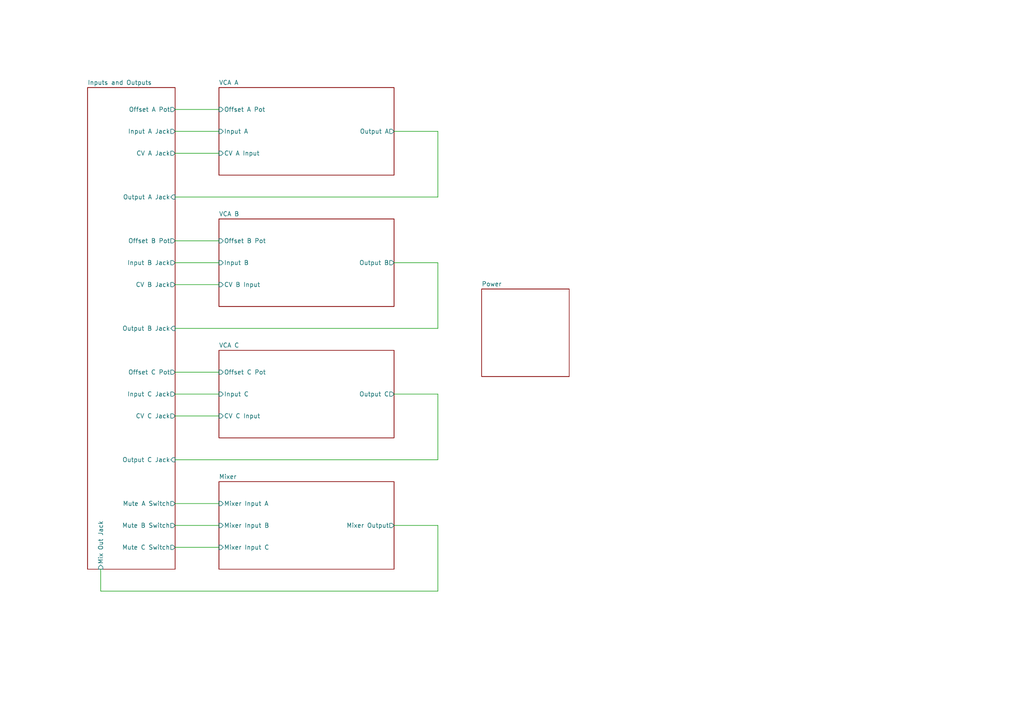
<source format=kicad_sch>
(kicad_sch
	(version 20231120)
	(generator "eeschema")
	(generator_version "8.0")
	(uuid "58f4306d-5387-4983-bb08-41a2313fd315")
	(paper "A4")
	(title_block
		(rev "1")
		(company "DMH Instruments")
		(comment 1 "PCB for 5 cm Kosmo format synthesizer module")
	)
	(lib_symbols)
	(wire
		(pts
			(xy 127 171.45) (xy 29.21 171.45)
		)
		(stroke
			(width 0)
			(type default)
		)
		(uuid "032968ff-5028-4ee1-803f-dc1bfc565358")
	)
	(wire
		(pts
			(xy 114.3 152.4) (xy 127 152.4)
		)
		(stroke
			(width 0)
			(type default)
		)
		(uuid "079258d1-f4fa-4c0b-814e-83e7f8e8b9e9")
	)
	(wire
		(pts
			(xy 127 133.35) (xy 127 114.3)
		)
		(stroke
			(width 0)
			(type default)
		)
		(uuid "1f16d6d3-52c1-48b3-9673-674192d9800c")
	)
	(wire
		(pts
			(xy 50.8 133.35) (xy 127 133.35)
		)
		(stroke
			(width 0)
			(type default)
		)
		(uuid "2fa82d07-b5a4-46dd-9b6c-90a9cafa99fb")
	)
	(wire
		(pts
			(xy 127 95.25) (xy 127 76.2)
		)
		(stroke
			(width 0)
			(type default)
		)
		(uuid "395a46e3-41da-44fb-bbd6-b900b75e05b1")
	)
	(wire
		(pts
			(xy 114.3 114.3) (xy 127 114.3)
		)
		(stroke
			(width 0)
			(type default)
		)
		(uuid "3c58945a-2ccf-4e19-b91c-0a280f316fbb")
	)
	(wire
		(pts
			(xy 127 152.4) (xy 127 171.45)
		)
		(stroke
			(width 0)
			(type default)
		)
		(uuid "40509646-8ee5-471d-90a9-cb8dece7d627")
	)
	(wire
		(pts
			(xy 50.8 82.55) (xy 63.5 82.55)
		)
		(stroke
			(width 0)
			(type default)
		)
		(uuid "41b63aab-69f8-48e0-8c86-334d016c00eb")
	)
	(wire
		(pts
			(xy 50.8 107.95) (xy 63.5 107.95)
		)
		(stroke
			(width 0)
			(type default)
		)
		(uuid "440ef6e5-abe5-4941-88f9-5e79bfc4b43d")
	)
	(wire
		(pts
			(xy 50.8 44.45) (xy 63.5 44.45)
		)
		(stroke
			(width 0)
			(type default)
		)
		(uuid "5b2cd43a-4007-4822-a1d5-e564d4396fd9")
	)
	(wire
		(pts
			(xy 50.8 31.75) (xy 63.5 31.75)
		)
		(stroke
			(width 0)
			(type default)
		)
		(uuid "5fbcc1c4-7a9c-4a07-97c4-68cbe7cb813c")
	)
	(wire
		(pts
			(xy 50.8 38.1) (xy 63.5 38.1)
		)
		(stroke
			(width 0)
			(type default)
		)
		(uuid "5fc8452b-e118-4f78-af9e-a20f28ba6de0")
	)
	(wire
		(pts
			(xy 50.8 76.2) (xy 63.5 76.2)
		)
		(stroke
			(width 0)
			(type default)
		)
		(uuid "61895872-7332-43ea-87bc-7872a4124c7e")
	)
	(wire
		(pts
			(xy 127 57.15) (xy 127 38.1)
		)
		(stroke
			(width 0)
			(type default)
		)
		(uuid "65d96d4a-5ebd-403a-9336-f262cb9279ae")
	)
	(wire
		(pts
			(xy 114.3 76.2) (xy 127 76.2)
		)
		(stroke
			(width 0)
			(type default)
		)
		(uuid "6a461bab-55ba-431e-a8aa-477a2e7e1d07")
	)
	(wire
		(pts
			(xy 50.8 152.4) (xy 63.5 152.4)
		)
		(stroke
			(width 0)
			(type default)
		)
		(uuid "6a46af50-2ebc-4832-b024-c34cf5f5de62")
	)
	(wire
		(pts
			(xy 50.8 57.15) (xy 127 57.15)
		)
		(stroke
			(width 0)
			(type default)
		)
		(uuid "8daddbb1-8c45-45ba-8e75-1a0fb048df70")
	)
	(wire
		(pts
			(xy 50.8 158.75) (xy 63.5 158.75)
		)
		(stroke
			(width 0)
			(type default)
		)
		(uuid "95ebffbe-a5e0-4efb-99f4-a5fb060c7e85")
	)
	(wire
		(pts
			(xy 114.3 38.1) (xy 127 38.1)
		)
		(stroke
			(width 0)
			(type default)
		)
		(uuid "9a6e661e-9f9e-4389-b6f8-d03edc65253d")
	)
	(wire
		(pts
			(xy 50.8 69.85) (xy 63.5 69.85)
		)
		(stroke
			(width 0)
			(type default)
		)
		(uuid "9fff9727-d6c9-40bd-9cf1-01b551d2f579")
	)
	(wire
		(pts
			(xy 50.8 120.65) (xy 63.5 120.65)
		)
		(stroke
			(width 0)
			(type default)
		)
		(uuid "c5b4b17c-0fb4-4950-8873-7b3788635565")
	)
	(wire
		(pts
			(xy 50.8 95.25) (xy 127 95.25)
		)
		(stroke
			(width 0)
			(type default)
		)
		(uuid "ca29f8c3-9ec7-42b9-b94c-3a193f3ae7cc")
	)
	(wire
		(pts
			(xy 29.21 171.45) (xy 29.21 165.1)
		)
		(stroke
			(width 0)
			(type default)
		)
		(uuid "cb044d17-8b7c-4c7b-92b9-2428800f50cc")
	)
	(wire
		(pts
			(xy 50.8 114.3) (xy 63.5 114.3)
		)
		(stroke
			(width 0)
			(type default)
		)
		(uuid "cc08315a-d5dd-4526-bca1-e60a605984b3")
	)
	(wire
		(pts
			(xy 50.8 146.05) (xy 63.5 146.05)
		)
		(stroke
			(width 0)
			(type default)
		)
		(uuid "ceddcf5e-e76a-41df-8f58-fa8e87868ddf")
	)
	(sheet
		(at 139.7 83.82)
		(size 25.4 25.4)
		(fields_autoplaced yes)
		(stroke
			(width 0.1524)
			(type solid)
		)
		(fill
			(color 0 0 0 0.0000)
		)
		(uuid "0cdf34b2-39cd-4d9e-981a-97cd34791509")
		(property "Sheetname" "Power"
			(at 139.7 83.1084 0)
			(effects
				(font
					(size 1.27 1.27)
				)
				(justify left bottom)
			)
		)
		(property "Sheetfile" "Power.kicad_sch"
			(at 139.7 109.8046 0)
			(effects
				(font
					(size 1.27 1.27)
				)
				(justify left top)
				(hide yes)
			)
		)
		(instances
			(project "DMH_Tripple_VCA_PCB_1"
				(path "/58f4306d-5387-4983-bb08-41a2313fd315"
					(page "4")
				)
			)
		)
	)
	(sheet
		(at 63.5 25.4)
		(size 50.8 25.4)
		(fields_autoplaced yes)
		(stroke
			(width 0.1524)
			(type solid)
		)
		(fill
			(color 0 0 0 0.0000)
		)
		(uuid "7ad2d702-dfb7-4d49-a82d-34430dd5948f")
		(property "Sheetname" "VCA A"
			(at 63.5 24.6884 0)
			(effects
				(font
					(size 1.27 1.27)
				)
				(justify left bottom)
			)
		)
		(property "Sheetfile" "VCA_A.kicad_sch"
			(at 63.5 51.3846 0)
			(effects
				(font
					(size 1.27 1.27)
				)
				(justify left top)
				(hide yes)
			)
		)
		(pin "CV A Input" input
			(at 63.5 44.45 180)
			(effects
				(font
					(size 1.27 1.27)
				)
				(justify left)
			)
			(uuid "87fde43c-48b7-4e16-8272-974aa5168592")
		)
		(pin "Offset A Pot" input
			(at 63.5 31.75 180)
			(effects
				(font
					(size 1.27 1.27)
				)
				(justify left)
			)
			(uuid "09d04d01-f8bf-4499-80e6-660dda12d907")
		)
		(pin "Input A" input
			(at 63.5 38.1 180)
			(effects
				(font
					(size 1.27 1.27)
				)
				(justify left)
			)
			(uuid "b0c11921-e0dd-409b-ab72-416687eaaedf")
		)
		(pin "Output A" output
			(at 114.3 38.1 0)
			(effects
				(font
					(size 1.27 1.27)
				)
				(justify right)
			)
			(uuid "965e62cb-36a2-486e-8893-93a8a9404909")
		)
		(instances
			(project "DMH_Tripple_VCA_PCB_1"
				(path "/58f4306d-5387-4983-bb08-41a2313fd315"
					(page "3")
				)
			)
		)
	)
	(sheet
		(at 63.5 63.5)
		(size 50.8 25.4)
		(fields_autoplaced yes)
		(stroke
			(width 0.1524)
			(type solid)
		)
		(fill
			(color 0 0 0 0.0000)
		)
		(uuid "b1c4e848-8fe8-4310-abec-b04b02b54b3f")
		(property "Sheetname" "VCA B"
			(at 63.5 62.7884 0)
			(effects
				(font
					(size 1.27 1.27)
				)
				(justify left bottom)
			)
		)
		(property "Sheetfile" "VCA_B.kicad_sch"
			(at 63.5 89.4846 0)
			(effects
				(font
					(size 1.27 1.27)
				)
				(justify left top)
				(hide yes)
			)
		)
		(pin "CV B Input" input
			(at 63.5 82.55 180)
			(effects
				(font
					(size 1.27 1.27)
				)
				(justify left)
			)
			(uuid "1fe200bf-af92-40e4-88cb-c81b1ff64153")
		)
		(pin "Offset B Pot" input
			(at 63.5 69.85 180)
			(effects
				(font
					(size 1.27 1.27)
				)
				(justify left)
			)
			(uuid "6a43f4e5-a6c8-40b9-999f-4c3ca2683a42")
		)
		(pin "Input B" input
			(at 63.5 76.2 180)
			(effects
				(font
					(size 1.27 1.27)
				)
				(justify left)
			)
			(uuid "354cc98a-a3c1-47ea-98a0-fe004a9902c6")
		)
		(pin "Output B" output
			(at 114.3 76.2 0)
			(effects
				(font
					(size 1.27 1.27)
				)
				(justify right)
			)
			(uuid "4e55c8c2-9bee-4ed1-b647-3255754d426b")
		)
		(instances
			(project "DMH_Tripple_VCA_PCB_1"
				(path "/58f4306d-5387-4983-bb08-41a2313fd315"
					(page "5")
				)
			)
		)
	)
	(sheet
		(at 25.4 25.4)
		(size 25.4 139.7)
		(fields_autoplaced yes)
		(stroke
			(width 0.1524)
			(type solid)
		)
		(fill
			(color 0 0 0 0.0000)
		)
		(uuid "ce3fef8b-9f1d-4178-b50b-4a046c030679")
		(property "Sheetname" "Inputs and Outputs"
			(at 25.4 24.6884 0)
			(effects
				(font
					(size 1.27 1.27)
				)
				(justify left bottom)
			)
		)
		(property "Sheetfile" "Inputs_and_Outputs.kicad_sch"
			(at 25.4 165.6846 0)
			(effects
				(font
					(size 1.27 1.27)
				)
				(justify left top)
				(hide yes)
			)
		)
		(pin "Output B Jack" input
			(at 50.8 95.25 0)
			(effects
				(font
					(size 1.27 1.27)
				)
				(justify right)
			)
			(uuid "61bea0f4-ac41-402a-94f0-8fd20c42f5bb")
		)
		(pin "Mute B Switch" output
			(at 50.8 152.4 0)
			(effects
				(font
					(size 1.27 1.27)
				)
				(justify right)
			)
			(uuid "906d190d-e4d5-43b8-8849-078d556e2397")
		)
		(pin "Offset B Pot" output
			(at 50.8 69.85 0)
			(effects
				(font
					(size 1.27 1.27)
				)
				(justify right)
			)
			(uuid "2b499b55-3046-497d-8405-d40c6da8cd8f")
		)
		(pin "Input B Jack" output
			(at 50.8 76.2 0)
			(effects
				(font
					(size 1.27 1.27)
				)
				(justify right)
			)
			(uuid "3cf31980-7843-4e17-be32-ca57519cde2c")
		)
		(pin "Output C Jack" input
			(at 50.8 133.35 0)
			(effects
				(font
					(size 1.27 1.27)
				)
				(justify right)
			)
			(uuid "d216050d-0d6a-486d-8a67-2fa82a16c264")
		)
		(pin "Mute C Switch" output
			(at 50.8 158.75 0)
			(effects
				(font
					(size 1.27 1.27)
				)
				(justify right)
			)
			(uuid "7b35ac29-9a58-42e7-a2b7-85a3e29177cf")
		)
		(pin "Input C Jack" output
			(at 50.8 114.3 0)
			(effects
				(font
					(size 1.27 1.27)
				)
				(justify right)
			)
			(uuid "dd78b2b7-9944-4604-a1e4-dbdb0028fd86")
		)
		(pin "Offset C Pot" output
			(at 50.8 107.95 0)
			(effects
				(font
					(size 1.27 1.27)
				)
				(justify right)
			)
			(uuid "896c0ade-7003-4f85-963b-24331b9a8289")
		)
		(pin "Input A Jack" output
			(at 50.8 38.1 0)
			(effects
				(font
					(size 1.27 1.27)
				)
				(justify right)
			)
			(uuid "5c0f720a-4dfd-4897-9d6b-44332e28be99")
		)
		(pin "Mute A Switch" output
			(at 50.8 146.05 0)
			(effects
				(font
					(size 1.27 1.27)
				)
				(justify right)
			)
			(uuid "1d32d706-f9f2-4abd-a48b-25e309cd9aa8")
		)
		(pin "Offset A Pot" output
			(at 50.8 31.75 0)
			(effects
				(font
					(size 1.27 1.27)
				)
				(justify right)
			)
			(uuid "35699646-dba7-41ae-80a5-4d15a02fb008")
		)
		(pin "Output A Jack" input
			(at 50.8 57.15 0)
			(effects
				(font
					(size 1.27 1.27)
				)
				(justify right)
			)
			(uuid "2b26e58f-1712-412f-a861-4d993084304d")
		)
		(pin "CV C Jack" output
			(at 50.8 120.65 0)
			(effects
				(font
					(size 1.27 1.27)
				)
				(justify right)
			)
			(uuid "85a26802-b8dc-4b9e-8884-33eb901a71c8")
		)
		(pin "CV B Jack" output
			(at 50.8 82.55 0)
			(effects
				(font
					(size 1.27 1.27)
				)
				(justify right)
			)
			(uuid "8af36520-2e64-4fc4-b0fb-c5511377e468")
		)
		(pin "CV A Jack" output
			(at 50.8 44.45 0)
			(effects
				(font
					(size 1.27 1.27)
				)
				(justify right)
			)
			(uuid "7430c3a0-ebb7-4748-ab05-c28b46e0d04c")
		)
		(pin "Mix Out Jack" input
			(at 29.21 165.1 270)
			(effects
				(font
					(size 1.27 1.27)
				)
				(justify left)
			)
			(uuid "2e443f63-4d67-47c0-a904-b949fa804ced")
		)
		(instances
			(project "DMH_Tripple_VCA_PCB_1"
				(path "/58f4306d-5387-4983-bb08-41a2313fd315"
					(page "2")
				)
			)
		)
	)
	(sheet
		(at 63.5 139.7)
		(size 50.8 25.4)
		(fields_autoplaced yes)
		(stroke
			(width 0.1524)
			(type solid)
		)
		(fill
			(color 0 0 0 0.0000)
		)
		(uuid "cf2dec9f-6388-4d4b-9b45-78eb859d2e80")
		(property "Sheetname" "Mixer"
			(at 63.5 138.9884 0)
			(effects
				(font
					(size 1.27 1.27)
				)
				(justify left bottom)
			)
		)
		(property "Sheetfile" "Mixer.kicad_sch"
			(at 63.5 165.6846 0)
			(effects
				(font
					(size 1.27 1.27)
				)
				(justify left top)
				(hide yes)
			)
		)
		(pin "Mixer Input A" input
			(at 63.5 146.05 180)
			(effects
				(font
					(size 1.27 1.27)
				)
				(justify left)
			)
			(uuid "1a09e30f-0fb3-4b19-ae5b-8c710aad97bb")
		)
		(pin "Mixer Input B" input
			(at 63.5 152.4 180)
			(effects
				(font
					(size 1.27 1.27)
				)
				(justify left)
			)
			(uuid "a438da56-2e27-4b15-a7bf-e6c85834bc24")
		)
		(pin "Mixer Input C" input
			(at 63.5 158.75 180)
			(effects
				(font
					(size 1.27 1.27)
				)
				(justify left)
			)
			(uuid "86530e4c-8f5d-4e78-a54f-a7a83333cdc0")
		)
		(pin "Mixer Output" output
			(at 114.3 152.4 0)
			(effects
				(font
					(size 1.27 1.27)
				)
				(justify right)
			)
			(uuid "1e92f1d0-6e12-4f8b-bf7a-632aa8e8bf4f")
		)
		(instances
			(project "DMH_Tripple_VCA_PCB_1"
				(path "/58f4306d-5387-4983-bb08-41a2313fd315"
					(page "7")
				)
			)
		)
	)
	(sheet
		(at 63.5 101.6)
		(size 50.8 25.4)
		(fields_autoplaced yes)
		(stroke
			(width 0.1524)
			(type solid)
		)
		(fill
			(color 0 0 0 0.0000)
		)
		(uuid "e5196600-83a1-4dc3-ad8c-62681c1f8ce4")
		(property "Sheetname" "VCA C"
			(at 63.5 100.8884 0)
			(effects
				(font
					(size 1.27 1.27)
				)
				(justify left bottom)
			)
		)
		(property "Sheetfile" "VCA_C.kicad_sch"
			(at 63.5 127.5846 0)
			(effects
				(font
					(size 1.27 1.27)
				)
				(justify left top)
				(hide yes)
			)
		)
		(pin "CV C Input" input
			(at 63.5 120.65 180)
			(effects
				(font
					(size 1.27 1.27)
				)
				(justify left)
			)
			(uuid "d52771ee-79cb-4869-b11f-fa73680621b9")
		)
		(pin "Offset C Pot" input
			(at 63.5 107.95 180)
			(effects
				(font
					(size 1.27 1.27)
				)
				(justify left)
			)
			(uuid "62448cd8-d2d5-4779-a917-bc774cf2f139")
		)
		(pin "Input C" input
			(at 63.5 114.3 180)
			(effects
				(font
					(size 1.27 1.27)
				)
				(justify left)
			)
			(uuid "9ebc14e7-7cf0-4bd5-9a49-177a4248fec2")
		)
		(pin "Output C" output
			(at 114.3 114.3 0)
			(effects
				(font
					(size 1.27 1.27)
				)
				(justify right)
			)
			(uuid "fbaf4ebb-2ec1-464d-898f-32c68defd3f8")
		)
		(instances
			(project "DMH_Tripple_VCA_PCB_1"
				(path "/58f4306d-5387-4983-bb08-41a2313fd315"
					(page "6")
				)
			)
		)
	)
	(sheet_instances
		(path "/"
			(page "1")
		)
	)
)

</source>
